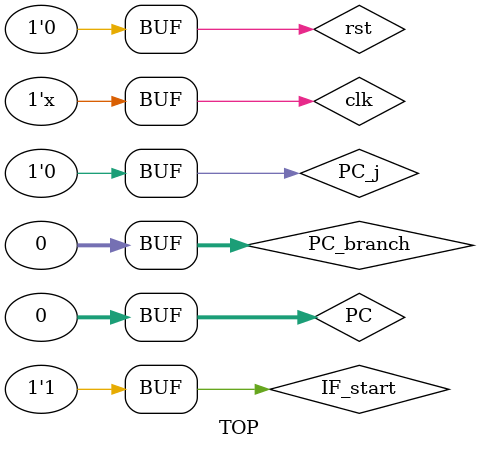
<source format=v>
`timescale 1ns / 1ps


module TOP(

    );
    
    reg                 clk;
    reg                 rst;
    
    // IF input
    reg                IF_start;
    reg     [31:0]      PC;
    reg                 PC_j;
    reg     [31:0]      PC_branch;
    // IF output
    wire     [31:0]      PC_plus4;
    wire     [31:0]      next_PC;
    wire    [31:0]      instruction;
    wire                id_ena;
    wire            stall_id_out;
    wire            flush;
    
    wire                newpc_ex_out;
    wire                pc_sel_ex_out;
    wire                br_flush_ex_out;
    
    // IF
    IF if_unit(
        .clk(clk),
        .rst(rst),
        .start(IF_start),
        .stall(stall_id_out),
        .PC(PC),
        .PC_jmp(pc_sel_ex_out),        // choose PCPlus4 or nextPC
        .PC_branch(newpc_ex_out),
        .PC_plus4(PC_plus4),
        .flush(flush),
        .br_flush(br_flush_ex_out),
        .next_PC(next_PC),
        .instruction(instruction),
        .id_ena(id_ena)
    );
    
    // ID input
    wire     [4:0]   wbRd_wb_out;
    wire     [31:0]  wbV_wb_out;
    wire             wb_wb_out;
    // ID output
    wire    [31:0]  rs1_val_id_out;
    wire    [31:0]  rs2_val_id_out;
    wire    [31:0]  imm_id_out;
    wire    [4:0]   rd_idx_id_out;
    wire    [3:0]   op_type_id_out;
    wire    [3:0]   alu_type_id_out;
    wire    [3:0]   br_type_id_out;
    wire            operand_type_id_out;
    wire            newpc_id_out;
    wire            pc_sel_id_out;
    wire            rd_pc_id_out;
    wire            rdpc_sel_id_out;
    wire            csr_idx_id_out;
    
    // ID
    ID id_unit(
        .clk(clk),
        .rst(rst),
        .start(id_ena),
        .NPC(next_PC),
        .IR(instruction),
        .wbRd(wbRd_wb_out),
        .wbV(wbV_wb_out),
        .wb(wb_wb_out),
        .br_flush(br_flush_ex_out),
        .rs1_val(rs1_val_id_out),
        .rs2_val(rs2_val_id_out),
        .imm(imm_id_out),
        .rd_idx(rd_idx_id_out),
    // no op(1), load(5), store(3), write rd(1), csr(6)
        .op_type(op_type_id_out),
    // << >> + - ^ & | cmp(<) * / %
        .alu_type(alu_type_id_out),
        .br_type(br_type_id_out),
        .operand_type(operand_type_id_out),
        .npc(newpc_id_out),
        .stall(stall_id_out),
        .csr_idx(csr_idx_id_out),
        .flush(flush)
    );
    
    // EX output
    wire    [31:0]      rs1_val_ex_out;        // just forward
    wire    [31:0]      rs2_val_ex_out;
    wire    [31:0]      imm_ex_out;
    wire    [4:0]       rd_idx_ex_out;
    wire    [3:0]       op_type_ex_out;
    wire    [3:0]       csr_idx_ex_out;
    wire    [31:0]      ex_output_ex_out;
    wire                mem_stall_ex_out;
    wire                alu_w_rd_ex_out;
    
    EX ex_unit(
        .clk(clk),
        .rst(rst),
        .start(~stall_id_out),

        .rs1_val(rs1_val_id_out),
        .rs2_val(rs2_val_id_out),
        .imm(imm_id_out),
        .npc(newpc_id_out),
        .rd_idx(rd_idx_id_out),
        .op_type(op_type_id_out),
        .alu_type(alu_type_id_out),
        .br_type(br_type_id_out),
        .operand2_sel(operand_type_id_out),
        .csr_idx(csr_idx_id_out),
  
        .rs1_val_out(rs1_val_ex_out),        // just forward
        .rs2_val_out(rs2_val_ex_out),
        .imm_out(imm_ex_out),
        .rd_idx_out(rd_idx_ex_out),
        .op_type_out(op_type_ex_out),
        .csr_idx_out(csr_idx_ex_out),

        .ex_output(ex_output_ex_out),           // address or rd_val
        .mem_stall(mem_stall_ex_out),
        .alu_w_rd(alu_w_rd_ex_out),
        .newpc(newpc_ex_out),
        .pc_sel(pc_sel_ex_out),
        .br_flush(br_flush_ex_out)
    );
    
    // MEM output
    wire[31:0] rd_val_mem_out;
    wire[4:0] rd_idx_out_mem_out;
    wire[3:0] op_type_out_mem_out;
    wire[31:0] rs1_val_out_mem_out;
    wire[31:0] imm_out_mem_out;
    wire[11:0] csr_idx_out_mem_out;
    wire wb_ena_mem_out;
    
    MEM mem_unit(
        .clk(clk),
        .rst(rst),
        .start(mem_stall_ex_out),

        .ex_output(ex_output_ex_out),
        .rd_idx(rd_idx_ex_out),
        .op_type(op_type_ex_out),
        .rs1_val(rs1_val_ex_out),
        .rs2_val(rs2_val_ex_out),
        .imm(imm_ex_out),
        .csr_idx(csr_idx_ex_out),
        .alu_w_rd(alu_w_rd_ex_out),

        .rd_val(rd_val_mem_out),
        .rd_idx_out(rd_idx_out_mem_out),
        .op_type_out(op_type_out_mem_out),
        .rs1_val_out(rs1_val_out_mem_out),
        .imm_out(imm_out_mem_out),
        .csr_idx_out(csr_idx_out_mem_out),
        .wb_ena(wb_ena_mem_out)
        );
         
    
    WB wb_unit(
        .clk(clk),
        .rst(rst),
        .start(IF_start),
        
        .rd_val(rd_val_mem_out),
        .rd_idx(rd_idx_out_mem_out),
        .op_type(op_type_out_mem_out),
        .rs1_val(rs1_val_out_mem_out),
        .imm(imm_out_mem_out),
        .csr_idx(csr_idx_out_mem_out),
        .wb_ena(wb_ena_mem_out),
        .wb(wb_wb_out),
        .wbRd(wbRd_wb_out),
        .wbV(wbV_wb_out)
        );

    
    initial begin
        // IF input
        clk = 1'b0;
        rst = 1'b0;
        IF_start = 1'b1;
        PC = 32'd0;
        PC_j = 1'b0;
        PC_branch = 32'd0;   
    end
    
    always #50 clk = ~clk;
    
endmodule

</source>
